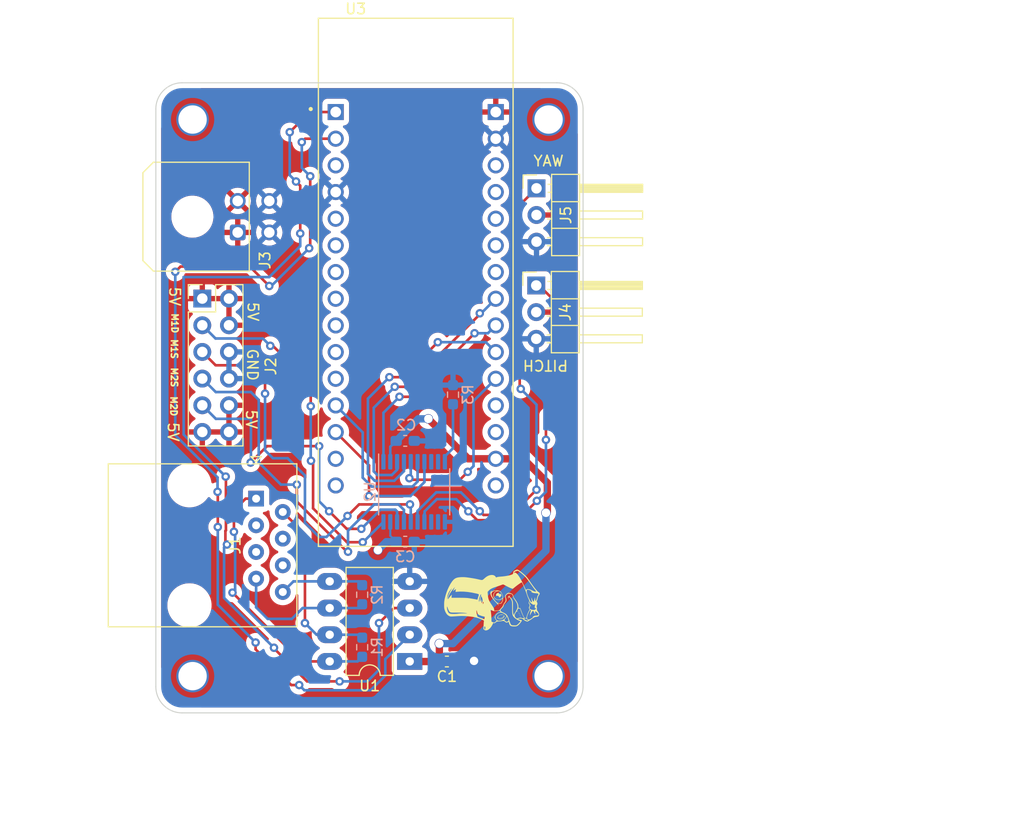
<source format=kicad_pcb>
(kicad_pcb (version 20211014) (generator pcbnew)

  (general
    (thickness 1.6)
  )

  (paper "A4")
  (layers
    (0 "F.Cu" signal)
    (31 "B.Cu" signal)
    (32 "B.Adhes" user "B.Adhesive")
    (33 "F.Adhes" user "F.Adhesive")
    (34 "B.Paste" user)
    (35 "F.Paste" user)
    (36 "B.SilkS" user "B.Silkscreen")
    (37 "F.SilkS" user "F.Silkscreen")
    (38 "B.Mask" user)
    (39 "F.Mask" user)
    (40 "Dwgs.User" user "User.Drawings")
    (41 "Cmts.User" user "User.Comments")
    (42 "Eco1.User" user "User.Eco1")
    (43 "Eco2.User" user "User.Eco2")
    (44 "Edge.Cuts" user)
    (45 "Margin" user)
    (46 "B.CrtYd" user "B.Courtyard")
    (47 "F.CrtYd" user "F.Courtyard")
    (48 "B.Fab" user)
    (49 "F.Fab" user)
    (50 "User.1" user)
    (51 "User.2" user)
    (52 "User.3" user)
    (53 "User.4" user)
    (54 "User.5" user)
    (55 "User.6" user)
    (56 "User.7" user)
    (57 "User.8" user)
    (58 "User.9" user)
  )

  (setup
    (stackup
      (layer "F.SilkS" (type "Top Silk Screen"))
      (layer "F.Paste" (type "Top Solder Paste"))
      (layer "F.Mask" (type "Top Solder Mask") (thickness 0.01))
      (layer "F.Cu" (type "copper") (thickness 0.035))
      (layer "dielectric 1" (type "core") (thickness 1.51) (material "FR4") (epsilon_r 4.5) (loss_tangent 0.02))
      (layer "B.Cu" (type "copper") (thickness 0.035))
      (layer "B.Mask" (type "Bottom Solder Mask") (thickness 0.01))
      (layer "B.Paste" (type "Bottom Solder Paste"))
      (layer "B.SilkS" (type "Bottom Silk Screen"))
      (copper_finish "None")
      (dielectric_constraints no)
    )
    (pad_to_mask_clearance 0)
    (pcbplotparams
      (layerselection 0x00010fc_ffffffff)
      (disableapertmacros false)
      (usegerberextensions true)
      (usegerberattributes false)
      (usegerberadvancedattributes false)
      (creategerberjobfile false)
      (svguseinch false)
      (svgprecision 6)
      (excludeedgelayer true)
      (plotframeref false)
      (viasonmask false)
      (mode 1)
      (useauxorigin false)
      (hpglpennumber 1)
      (hpglpenspeed 20)
      (hpglpendiameter 15.000000)
      (dxfpolygonmode true)
      (dxfimperialunits true)
      (dxfusepcbnewfont true)
      (psnegative false)
      (psa4output false)
      (plotreference true)
      (plotvalue false)
      (plotinvisibletext false)
      (sketchpadsonfab false)
      (subtractmaskfromsilk true)
      (outputformat 1)
      (mirror false)
      (drillshape 0)
      (scaleselection 1)
      (outputdirectory "gerbers/")
    )
  )

  (net 0 "")
  (net 1 "/RS485_A")
  (net 2 "/RS485_B")
  (net 3 "unconnected-(J1-Pad3)")
  (net 4 "/RS485_Z")
  (net 5 "/RS485_Y")
  (net 6 "+5V")
  (net 7 "/M1_DIR_OUT")
  (net 8 "/TIM2_CH2{slash}M1_SPEED_OUT")
  (net 9 "GND")
  (net 10 "/TIM2_CH4{slash}M2_SPEED_OUT")
  (net 11 "/M2_DIR_OUT")
  (net 12 "+3V3")
  (net 13 "/M1_DIR")
  (net 14 "/M2_DIR")
  (net 15 "/TIM2_CH4{slash}M2_SPEED")
  (net 16 "/TIM2_CH2{slash}M1_SPEED")
  (net 17 "/STM32_USART1_RX")
  (net 18 "/STM32_USART1_TX")
  (net 19 "unconnected-(U3-Pad3)")
  (net 20 "unconnected-(U3-Pad6)")
  (net 21 "unconnected-(U3-Pad7)")
  (net 22 "unconnected-(U3-Pad8)")
  (net 23 "unconnected-(U3-Pad9)")
  (net 24 "unconnected-(U3-Pad10)")
  (net 25 "unconnected-(U3-Pad11)")
  (net 26 "/PITCH{slash}TIM1_CH4_OUT")
  (net 27 "/YAW{slash}TIM1_CH1_OUT")
  (net 28 "unconnected-(U3-Pad14)")
  (net 29 "unconnected-(U3-Pad15)")
  (net 30 "unconnected-(U3-Pad16)")
  (net 31 "unconnected-(U3-Pad18)")
  (net 32 "unconnected-(U3-Pad19)")
  (net 33 "unconnected-(U3-Pad24)")
  (net 34 "unconnected-(U3-Pad25)")
  (net 35 "unconnected-(U3-Pad26)")
  (net 36 "unconnected-(U3-Pad27)")
  (net 37 "unconnected-(U3-Pad28)")
  (net 38 "/YAW{slash}TIM1_CH1")
  (net 39 "/PITCH{slash}TIM1_CH4")
  (net 40 "unconnected-(U2-Pad8)")
  (net 41 "unconnected-(U2-Pad9)")
  (net 42 "unconnected-(J1-Pad4)")
  (net 43 "unconnected-(U2-Pad12)")
  (net 44 "unconnected-(U2-Pad13)")
  (net 45 "unconnected-(U3-Pad5)")
  (net 46 "unconnected-(J1-Pad5)")
  (net 47 "unconnected-(J1-Pad6)")
  (net 48 "Net-(R3-Pad1)")

  (footprint "Connector_PinHeader_2.54mm:PinHeader_1x03_P2.54mm_Horizontal" (layer "F.Cu") (at 36.225 19.3))

  (footprint "Connector_RJ:RJ45_Amphenol_54602-x08_Horizontal" (layer "F.Cu") (at 9.55 39.6 -90))

  (footprint "Connector_PinHeader_2.54mm:PinHeader_2x06_P2.54mm_Vertical" (layer "F.Cu") (at 4.425 20.55))

  (footprint "Package_DIP:DIP-8_W7.62mm_LongPads" (layer "F.Cu") (at 24.175 55.1 180))

  (footprint "MountingHole:MountingHole_2.7mm_M2.5_DIN965_Pad_TopOnly" (layer "F.Cu") (at 37.4 56.5))

  (footprint "MountingHole:MountingHole_2.7mm_M2.5_DIN965_Pad_TopOnly" (layer "F.Cu") (at 3.5 3.5))

  (footprint "MountingHole:MountingHole_2.7mm_M2.5_DIN965_Pad_TopOnly" (layer "F.Cu") (at 3.5 56.5))

  (footprint "MountingHole:MountingHole_2.7mm_M2.5_DIN965_Pad_TopOnly" (layer "F.Cu") (at 37.4 3.5))

  (footprint "Connector_PinHeader_2.54mm:PinHeader_1x03_P2.54mm_Horizontal" (layer "F.Cu") (at 36.25 10.05))

  (footprint "Connector_Molex:Molex_Micro-Fit_3.0_43045-0400_2x02_P3.00mm_Horizontal" (layer "F.Cu") (at 7.8 14.25 90))

  (footprint "plib:epenguin_head_small" (layer "F.Cu") (at 32 49.25 90))

  (footprint "Capacitor_SMD:C_0603_1608Metric_Pad1.08x0.95mm_HandSolder" (layer "F.Cu") (at 27.716 55.11 180))

  (footprint "plib:MODULE_NUCLEO-L432KC" (layer "F.Cu") (at 24.75 19))

  (footprint "Resistor_SMD:R_0603_1608Metric_Pad0.98x0.95mm_HandSolder" (layer "B.Cu") (at 19.65 53.75 90))

  (footprint "Resistor_SMD:R_0603_1608Metric_Pad0.98x0.95mm_HandSolder" (layer "B.Cu") (at 28.3 29.7 90))

  (footprint "Capacitor_SMD:C_0603_1608Metric_Pad1.08x0.95mm_HandSolder" (layer "B.Cu") (at 23.75 34.1))

  (footprint "Package_SO:TSSOP-20_4.4x6.5mm_P0.65mm" (layer "B.Cu") (at 24.6 38.95 -90))

  (footprint "Capacitor_SMD:C_0603_1608Metric_Pad1.08x0.95mm_HandSolder" (layer "B.Cu") (at 23.75 43.7))

  (footprint "Resistor_SMD:R_0603_1608Metric_Pad0.98x0.95mm_HandSolder" (layer "B.Cu") (at 19.65 48.75 90))

  (gr_line (start 0 2.5) (end 0 57.5) (layer "Edge.Cuts") (width 0.1) (tstamp 0b0ed82f-cd0f-483e-afb1-3d9c63626412))
  (gr_arc (start 38.182233 0) (mid 39.95 0.732233) (end 40.682233 2.5) (layer "Edge.Cuts") (width 0.1) (tstamp 3026f0e5-2e03-4b09-8bf9-bf5e41de9fde))
  (gr_line (start 2.5 60) (end 38.182233 60) (layer "Edge.Cuts") (width 0.1) (tstamp 3bc3a1f7-6e8d-4cb1-b522-61dab886a957))
  (gr_line (start 40.682233 57.5) (end 40.682233 2.5) (layer "Edge.Cuts") (width 0.1) (tstamp 55509fb5-1a05-4183-aa48-bc8ee8bff31d))
  (gr_line (start 2.5 0) (end 38.182233 0) (layer "Edge.Cuts") (width 0.1) (tstamp 7f0a762d-d58f-4d42-ae1f-7d80a0e2bd28))
  (gr_arc (start 2.5 60) (mid 0.732233 59.267767) (end 0 57.5) (layer "Edge.Cuts") (width 0.1) (tstamp af00085d-1794-4c99-952f-c446aee665f4))
  (gr_arc (start 40.682233 57.5) (mid 39.95 59.267767) (end 38.182233 60) (layer "Edge.Cuts") (width 0.1) (tstamp d4fffbb7-788f-4b07-aa57-4a4d4fff19d5))
  (gr_arc (start 0 2.5) (mid 0.732233 0.732233) (end 2.5 0) (layer "Edge.Cuts") (width 0.1) (tstamp f721f40e-7993-44a7-bcd0-f5608efe0556))
  (gr_text "PITCH" (at 37.1 26.9 180) (layer "F.SilkS") (tstamp 00a356b0-eac1-42f5-a05f-785a3fb7aa15)
    (effects (font (size 1 1) (thickness 0.15)))
  )
  (gr_text "M2S" (at 1.75 28.05 270) (layer "F.SilkS") (tstamp 372a8565-9dd7-4ebf-b735-8f3537057e29)
    (effects (font (size 0.6 0.6) (thickness 0.15)))
  )
  (gr_text "M1D" (at 1.8 22.9 270) (layer "F.SilkS") (tstamp 4051e848-01c5-456c-9f15-dde598810cb0)
    (effects (font (size 0.6 0.6) (thickness 0.15)))
  )
  (gr_text "5V" (at 1.65 33.25 270) (layer "F.SilkS") (tstamp 432d0299-d0fd-4c16-b73d-ec141bffd79f)
    (effects (font (size 1 1) (thickness 0.15)))
  )
  (gr_text "YAW" (at 37.4 7.45) (layer "F.SilkS") (tstamp 43dbf707-ed6f-4312-af6e-1ccbd146a347)
    (effects (font (size 1 1) (thickness 0.15)))
  )
  (gr_text "GND" (at 9.2 26.85 270) (layer "F.SilkS") (tstamp 884b7739-d86f-4a0a-849a-d154ec42348f)
    (effects (font (size 1 1) (thickness 0.15)))
  )
  (gr_text "5V" (at 9.1 32.05 270) (layer "F.SilkS") (tstamp ac7a1a1b-5329-41b9-8053-10fb6d6d430d)
    (effects (font (size 1 1) (thickness 0.15)))
  )
  (gr_text "M1S" (at 1.75 25.35 270) (layer "F.SilkS") (tstamp ce6e2cb2-f8a7-4656-99aa-10b2d4690421)
    (effects (font (size 0.6 0.6) (thickness 0.15)))
  )
  (gr_text "5V" (at 9.25 21.8 270) (layer "F.SilkS") (tstamp d43a2933-c675-483d-bec0-b1e9bbd0b02b)
    (effects (font (size 1 1) (thickness 0.15)))
  )
  (gr_text "5V" (at 1.8 20.35 270) (layer "F.SilkS") (tstamp f701af6d-24c2-42a3-8bf0-6bf921265f52)
    (effects (font (size 1 1) (thickness 0.15)))
  )
  (gr_text "M2D" (at 1.7 30.8 270) (layer "F.SilkS") (tstamp f9ad5758-fc8e-4598-ac38-9d7cf2dd980c)
    (effects (font (size 0.6 0.6) (thickness 0.15)))
  )

  (segment (start 16.555 55.1) (end 13.85 55.1) (width 0.25) (layer "F.Cu") (net 1) (tstamp 070d9a4e-80e7-4094-ac38-378ba10a929a))
  (segment (start 8.55 39.6) (end 7.437006 40.712994) (width 0.25) (layer "F.Cu") (net 1) (tstamp 18dafc9c-d445-4159-8c13-af97f40f14b8))
  (segment (start 13.85 55.1) (end 7.3 48.55) (width 0.25) (layer "F.Cu") (net 1) (tstamp 2046979b-88b7-4ca1-8b72-2819f99f4212))
  (segment (start 7.437006 40.712994) (end 7.437006 42.75659) (width 0.25) (layer "F.Cu") (net 1) (tstamp 57c973ca-3091-4e0d-a630-6eebeb0cd451))
  (segment (start 9.55 39.6) (end 8.55 39.6) (width 0.25) (layer "F.Cu") (net 1) (tstamp 84b71b23-38e5-4859-8088-e779d0c9a1b3))
  (via (at 7.437006 42.75659) (size 0.8) (drill 0.4) (layers "F.Cu" "B.Cu") (net 1) (tstamp 3ac9cdba-42e9-47c4-a117-c012acd1e5c5))
  (via (at 7.3 48.55) (size 0.8) (drill 0.4) (layers "F.Cu" "B.Cu") (net 1) (tstamp 76da7585-8685-4c96-9ca6-afab8dc9524d))
  (segment (start 19.65 54.6625) (end 19.2125 55.1) (width 0.25) (layer "B.Cu") (net 1) (tstamp 088c9092-c41a-44c3-b646-582adbe640f8))
  (segment (start 7.549 42.868584) (end 7.437006 42.75659) (width 0.25) (layer "B.Cu") (net 1) (tstamp 18c7d59b-2ba9-4e85-95ec-387acfad0cab))
  (segment (start 7.549 48.301) (end 7.549 42.868584) (width 0.25) (layer "B.Cu") (net 1) (tstamp 4d080620-2b39-4d10-b58c-ec6f72050612))
  (segment (start 7.3 48.55) (end 7.549 48.301) (width 0.25) (layer "B.Cu") (net 1) (tstamp 6aa4f4bd-201e-4c5b-87d5-cb10a2441f29))
  (segment (start 19.2125 55.1) (end 16.555 55.1) (width 0.25) (layer "B.Cu") (net 1) (tstamp 6fcd8cb9-a2f3-4d9c-9ad5-3d104790bfc9))
  (segment (start 14.2 42.98) (end 12.09 40.87) (width 0.25) (layer "F.Cu") (net 2) (tstamp b76ef12c-39d2-484f-b56d-f5c21b4c07b6))
  (segment (start 14.2 51.45) (end 14.2 42.98) (width 0.25) (layer "F.Cu") (net 2) (tstamp fad5b779-3a88-41dc-bb23-6470bdeb11b8))
  (via (at 14.2 51.45) (size 0.8) (drill 0.4) (layers "F.Cu" "B.Cu") (net 2) (tstamp 34854e83-e1f2-4529-b2e4-39c7cd26f842))
  (segment (start 16.555 52.56) (end 15.31 52.56) (width 0.25) (layer "B.Cu") (net 2) (tstamp 4deea405-9e0d-4ed8-99f8-fda32d01d77f))
  (segment (start 19.65 52.8375) (end 19.3725 52.56) (width 0.25) (layer "B.Cu") (net 2) (tstamp 5e465618-61c3-4b51-947c-c31cebf4b696))
  (segment (start 15.31 52.56) (end 14.2 51.45) (width 0.25) (layer "B.Cu") (net 2) (tstamp 6357fd49-ef7c-43af-bf5c-584ceeb65cab))
  (segment (start 19.3725 52.56) (end 16.555 52.56) (width 0.25) (layer "B.Cu") (net 2) (tstamp f7dd75ea-8bfc-4528-ad21-a4979b174a49))
  (segment (start 9.55 49.95) (end 9.55 47.22) (width 0.25) (layer "B.Cu") (net 4) (tstamp 15f8afde-6213-4ff4-a60a-912cb12c588d))
  (segment (start 12.95 51.05) (end 10.65 51.05) (width 0.25) (layer "B.Cu") (net 4) (tstamp 2021a1be-e81b-4bf0-aa1a-d476bb052733))
  (segment (start 16.555 50.02) (end 13.98 50.02) (width 0.25) (layer "B.Cu") (net 4) (tstamp 211d1edb-a3ca-4f09-a7d0-3240c8815b0d))
  (segment (start 10.65 51.05) (end 9.55 49.95) (width 0.25) (layer "B.Cu") (net 4) (tstamp 50ecb911-871b-4ba0-8f12-76b0066ac29d))
  (segment (start 13.98 50.02) (end 12.95 51.05) (width 0.25) (layer "B.Cu") (net 4) (tstamp 66e076ae-a61e-4848-b341-11445014aee4))
  (segment (start 19.2925 50.02) (end 16.555 50.02) (width 0.25) (layer "B.Cu") (net 4) (tstamp 9c423090-79a1-4845-b9cc-48a141360a76))
  (segment (start 19.65 49.6625) (end 19.2925 50.02) (width 0.25) (layer "B.Cu") (net 4) (tstamp a7bae4e0-4e92-4493-a363-57297e00d15e))
  (segment (start 13.1 47.48) (end 12.09 48.49) (width 0.25) (layer "B.Cu") (net 5) (tstamp 2571a9a7-3cd7-4411-a936-0b547ce693d7))
  (segment (start 19.2925 47.48) (end 16.555 47.48) (width 0.25) (layer "B.Cu") (net 5) (tstamp 41cc6a45-6fe4-4923-ab82-e638446abb4b))
  (segment (start 19.65 47.8375) (end 19.2925 47.48) (width 0.25) (layer "B.Cu") (net 5) (tstamp 476bb62b-d1a0-4986-996c-a3a1bebc6834))
  (segment (start 16.555 47.48) (end 13.1 47.48) (width 0.25) (layer "B.Cu") (net 5) (tstamp bc424331-1e4f-43e5-b53b-fba76567bbe8))
  (via (at 21.15 44.5) (size 0.9) (drill 0.8) (layers "F.Cu" "B.Cu") (net 6) (tstamp a590e6fe-cde9-4570-b2ab-5b1ef025b40a))
  (segment (start 22.325 41.8125) (end 22.325 43.1375) (width 0.2) (layer "B.Cu") (net 6) (tstamp 1a81225f-0b73-4f80-9d6b-63b6c2f59683))
  (segment (start 21.95 43.7) (end 21.15 44.5) (width 0.7) (layer "B.Cu") (net 6) (tstamp 43635e50-10cc-4eaf-82c7-d2c64aece9fb))
  (segment (start 22.325 43.1375) (end 22.8875 43.7) (width 0.2) (layer "B.Cu") (net 6) (tstamp c32fc2f8-bd71-42a5-8366-4756ee0ce1a7))
  (segment (start 22.8875 43.7) (end 21.95 43.7) (width 0.7) (layer "B.Cu") (net 6) (tstamp e13b02df-63f1-4006-817f-3aa7a17b77bc))
  (segment (start 14.9745 40.5245) (end 14.9745 36.196197) (width 0.25) (layer "F.Cu") (net 7) (tstamp 15b6a284-2f49-4fc5-9e91-51bd2bb227e6))
  (segment (start 11.15 25.05) (end 14.75 28.65) (width 0.25) (layer "F.Cu") (net 7) (tstamp 3a2eec88-18df-4031-95b9-bae675cfd221))
  (segment (start 14.75 28.65) (end 14.75 30.8) (width 0.25) (layer "F.Cu") (net 7) (tstamp 6c4fcc62-6711-4b3a-9159-0456aad1623c))
  (segment (start 18.2 43.75) (end 14.9745 40.5245) (width 0.25) (layer "F.Cu") (net 7) (tstamp 79956286-9559-448a-8bba-a2ca87671a7d))
  (segment (start 14.9745 36.196197) (end 14.7755 35.997197) (width 0.25) (layer "F.Cu") (net 7) (tstamp 84733162-bbe7-408d-a20f-6d47359577a9))
  (segment (start 19.7 43.75) (end 18.2 43.75) (width 0.25) (layer "F.Cu") (net 7) (tstamp ce6f96b1-2622-498f-821c-29c24fd7ccfb))
  (segment (start 10.9 25.05) (end 11.15 25.05) (width 0.25) (layer "F.Cu") (net 7) (tstamp dd118dae-ddfd-43e2-894e-71e37f00b482))
  (via (at 10.9 25.05) (size 0.8) (drill 0.4) (layers "F.Cu" "B.Cu") (net 7) (tstamp 16ad0bf4-6dc6-41c7-ba56-a9c564d51de7))
  (via (at 14.75 30.8) (size 0.8) (drill 0.4) (layers "F.Cu" "B.Cu") (net 7) (tstamp 4a92daa4-7f99-4d5a-9280-c637a08db1d0))
  (via (at 14.7755 35.997197) (size 0.8) (drill 0.4) (layers "F.Cu" "B.Cu") (net 7) (tstamp ae9a8971-9314-4183-844d-d5eb053c094d))
  (via (at 19.7 43.75) (size 0.8) (drill 0.4) (layers "F.Cu" "B.Cu") (net 7) (tstamp fc5b753f-d2b8-48b1-92fc-466831eacf1d))
  (segment (start 8.7 24.35) (end 10.2 24.35) (width 0.25) (layer "B.Cu") (net 7) (tstamp 190902b9-ec7a-4558-b95e-5fef2468feaa))
  (segment (start 14.75 30.8) (end 14.75 35.971697) (width 0.25) (layer "B.Cu") (net 7) (tstamp 69f4693d-6909-44a8-b095-faeff0261b81))
  (segment (start 5.685 24.35) (end 8.7 24.35) (width 0.25) (layer "B.Cu") (net 7) (tstamp 75696ffb-7e56-4624-872f-ed224c0cd06c))
  (segment (start 10.2 24.35) (end 10.9 25.05) (width 0.25) (layer "B.Cu") (net 7) (tstamp 969a8a42-d455-4d24-8933-d94524aceaa9))
  (segment (start 19.7375 43.75) (end 19.7 43.75) (width 0.25) (layer "B.Cu") (net 7) (tstamp c9bc6774-97af-4dde-90d9-4e0420a90062))
  (segment (start 4.425 23.09) (end 5.685 24.35) (width 0.25) (layer "B.Cu") (net 7) (tstamp e6c97dab-ea7a-4f7d-ab3b-c31deceaabcb))
  (segment (start 14.75 35.971697) (end 14.7755 35.997197) (width 0.25) (layer "B.Cu") (net 7) (tstamp ea1cccb4-d182-4571-b0a8-049b5f9cf515))
  (segment (start 21.675 41.8125) (end 19.7375 43.75) (width 0.25) (layer "B.Cu") (net 7) (tstamp ead14060-2fbe-4931-9bfe-b1933b9890de))
  (segment (start 4.425 25.63) (end 5.695 26.9) (width 0.25) (layer "F.Cu") (net 8) (tstamp 07e4dbda-56d3-49c3-9a4c-00cc41599524))
  (segment (start 10.4 27.7) (end 10.4 29.6) (width 0.25) (layer "F.Cu") (net 8) (tstamp 442e5e35-4d10-4bb1-bd65-5fbd8cc2b9a7))
  (segment (start 24.2 40.15) (end 19.35 40.15) (width 0.25) (layer "F.Cu") (net 8) (tstamp 50269ec7-e142-4bf2-841c-6df453fabaa4))
  (segment (start 19.35 40.15) (end 18.25 41.25) (width 0.25) (layer "F.Cu") (net 8) (tstamp 63a03f22-217d-4481-8f60-d8aaf3360db0))
  (segment (start 5.695 26.9) (end 8.7 26.9) (width 0.25) (layer "F.Cu") (net 8) (tstamp 76ff9219-a501-4121-a7cb-1c65247a5a9f))
  (segment (start 8.7 26.9) (end 9.6 26.9) (width 0.25) (layer "F.Cu") (net 8) (tstamp c2817985-2c65-4e41-b1ba-3f1b32f1b95b))
  (segment (start 9.6 26.9) (end 10.4 27.7) (width 0.25) (layer "F.Cu") (net 8) (tstamp fb08b230-ae58-4888-a7db-27d02dd234fb))
  (via (at 18.25 41.25) (size 0.8) (drill 0.4) (layers "F.Cu" "B.Cu") (net 8) (tstamp 0b8a12db-9ef5-4b43-8f38-9b1799f1e919))
  (via (at 24.2 40.15) (size 0.8) (drill 0.4) (layers "F.Cu" "B.Cu") (net 8) (tstamp 7df328bf-63d9-4776-92f8-91322a0c118f))
  (via (at 10.4 29.6) (size 0.8) (drill 0.4) (layers "F.Cu" "B.Cu") (net 8) (tstamp c6961867-c5f2-41c1-9f3c-be4c08ce6100))
  (segment (start 24.275 41.8125) (end 24.275 40.225) (width 0.25) (layer "B.Cu") (net 8) (tstamp 0a51a9ff-5d8f-449c-8401-15f484259bcb))
  (segment (start 10.4 35) (end 11.15 35.75) (width 0.25) (layer "B.Cu") (net 8) (tstamp 20876b21-b0d3-4bca-865f-f2cb58bab4ac))
  (segment (start 16.25 43.25) (end 15.55 43.25) (width 0.25) (layer "B.Cu") (net 8) (tstamp 3bb34682-48ba-4817-a51e-3ddbf6f78096))
  (segment (start 14.2 41.9) (end 14.2 37.4) (width 0.25) (layer "B.Cu") (net 8) (tstamp 715f02de-fe56-4b6e-8bf8-fa97f890b683))
  (segment (start 15.55 43.25) (end 14.2 41.9) (width 0.25) (layer "B.Cu") (net 8) (tstamp 7e87503e-748d-4b5e-ade7-6541892bd3be))
  (segment (start 10.4 29.6) (end 10.4 35) (width 0.25) (layer "B.Cu") (net 8) (tstamp ad4deb87-9c45-4917-a673-5e325bad78e2))
  (segment (start 18.25 41.25) (end 16.25 43.25) (width 0.25) (layer "B.Cu") (net 8) (tstamp ba473fb4-7578-42d3-9c7d-478397a77af1))
  (segment (start 12.55 35.75) (end 11.15 35.75) (width 0.25) (layer "B.Cu") (net 8) (tstamp dbe107dc-fac0-4e65-8037-90829e1b40f7))
  (segment (start 14.2 37.4) (end 12.55 35.75) (width 0.25) (layer "B.Cu") (net 8) (tstamp f74b43f9-2457-47d1-ab91-a4007b6536db))
  (segment (start 24.275 40.225) (end 24.2 40.15) (width 0.25) (layer "B.Cu") (net 8) (tstamp fb8616f9-4c27-45a0-9d6c-304ec02494a5))
  (segment (start 30.24 55.11) (end 30.3 55.05) (width 0.7) (layer "F.Cu") (net 9) (tstamp 605260ce-f1c0-4406-ba8a-47bef5e5d994))
  (segment (start 28.5785 55.11) (end 30.24 55.11) (width 0.7) (layer "F.Cu") (net 9) (tstamp bf1637b5-0e70-47d6-8e19-b81108567c27))
  (via (at 30.3 55.05) (size 0.9) (drill 0.8) (layers "F.Cu" "B.Cu") (net 9) (tstamp d685c32a-fa7c-4428-92f6-578736463fb8))
  (segment (start 18.2 44.65) (end 13.4255 39.8755) (width 0.25) (layer "F.Cu") (net 10) (tstamp 12e2692b-1b11-4205-925d-9fdd399dec78))
  (segment (start 13.4255 39.8755) (end 13.4255 38.263113) (width 0.25) (layer "F.Cu") (net 10) (tstamp 49c6fa07-ad8c-42ce-ac02-44882a8197f6))
  (segment (start 18.3 44.65) (end 18.2 44.65) (width 0.25) (layer "F.Cu") (net 10) (tstamp f7e9fe3b-b343-4a7d-bbd6-c22ad8bbb566))
  (via (at 18.3 44.65) (size 0.8) (drill 0.4) (layers "F.Cu" "B.Cu") (net 10) (tstamp 440665ea-e14d-4b7e-bb14-a0a57becda8c))
  (via (at 13.4255 38.263113) (size 0.8) (drill 0.4) (layers "F.Cu" "B.Cu") (net 10) (tstamp aa87b755-976b-4bdd-8d02-8602465d6fa7))
  (segment (start 23.625 41.8125) (end 23.625 40.670309) (width 0.25) (layer "B.Cu") (net 10) (tstamp 4bd1b023-a34f-44c2-b7be-056db58840ce))
  (segment (start 11.913113 38.263113) (end 13.4255 38.263113) (width 0.25) (layer "B.Cu") (net 10) (tstamp 74b2d9f8-d67e-4878-88b3-58123ed2e0c4))
  (segment (start 18.3 42.65) (end 18.3 44.65) (width 0.25) (layer "B.Cu") (net 10) (tstamp 7cf55306-9066-434e-b676-34fe3f489adc))
  (segment (start 20.8 40.15) (end 18.3 42.65) (width 0.25) (layer "B.Cu") (net 10) (tstamp 83dddde0-77a0-4b3a-a199-481fd2fc17f7))
  (segment (start 9.799501 36.149501) (end 11.913113 38.263113) (width 0.25) (layer "B.Cu") (net 10) (tstamp 929fd688-c18e-4794-8f47-e1cf9c4110bb))
  (segment (start 9.799501 30.199501) (end 9.799501 36.149501) (width 0.25) (layer "B.Cu") (net 10) (tstamp 950d57cc-bbd2-41cc-ba7e-848ddfda15bc))
  (segment (start 5.705 29.45) (end 9.05 29.45) (width 0.25) (layer "B.Cu") (net 10) (tstamp 9d9d96f5-e91a-4b6e-924d-a1bdec714c5e))
  (segment (start 23.104691 40.15) (end 20.8 40.15) (width 0.25) (layer "B.Cu") (net 10) (tstamp b7fad5f6-2754-4b7a-bae1-a5c62b4d606d))
  (segment (start 9.05 29.45) (end 9.799501 30.199501) (width 0.25) (layer "B.Cu") (net 10) (tstamp c2819987-3962-4708-aedf-20e3b4764d5d))
  (segment (start 4.425 28.17) (end 5.705 29.45) (width 0.25) (layer "B.Cu") (net 10) (tstamp ec55325d-6ef0-4c70-8bb0-c39daba26bb8))
  (segment (start 23.625 40.670309) (end 23.104691 40.15) (width 0.25) (layer "B.Cu") (net 10) (tstamp ec8d515c-7044-4224-afef-297846c795c5))
  (segment (start 15.55 34.6) (end 10.595598 34.6) (width 0.25) (layer "F.Cu") (net 11) (tstamp 0253ffbf-3d55-4db9-85d3-408458938d3f))
  (segment (start 10.595598 34.6) (end 9.02528 36.170318) (width 0.25) (layer "F.Cu") (net 11) (tstamp f42c0837-131e-4775-ad2b-1903a79d38ba))
  (segment (start 18.176095 42.476095) (end 16.5 40.8) (width 0.25) (layer "F.Cu") (net 11) (tstamp f6a6ae03-49ae-4c40-b6c2-6a99a2cdc166))
  (segment (start 19.569214 42.476095) (end 18.176095 42.476095) (width 0.25) (layer "F.Cu") (net 11) (tstamp fd431072-7c0e-43de-8cbe-b10d9c50e057))
  (via (at 15.55 34.6) (size 0.8) (drill 0.4) (layers "F.Cu" "B.Cu") (net 11) (tstamp 3b02a579-b415-43cf-9add-a34ce367a3ea))
  (via (at 16.5 40.8) (size 0.8) (drill 0.4) (layers "F.Cu" "B.Cu") (net 11) (tstamp 7fd016d9-fed3-498f-84b5-a188f796a6bf))
  (via (at 9.02528 36.170318) (size 0.8) (drill 0.4) (layers "F.Cu" "B.Cu") (net 11) (tstamp a106e1a6-9a3c-4d8e-a9c2-d2741b9c230b))
  (via (at 19.569214 42.476095) (size 0.8) (drill 0.4) (layers "F.Cu" "B.Cu") (net 11) (tstamp ce9d4d8c-b263-49aa-940a-97b684107a01))
  (segment (start 21.395808 40.649501) (end 19.569214 42.476095) (width 0.25) (layer "B.Cu") (net 11) (tstamp 130038e6-58fc-4778-9246-ec36949d0bd1))
  (segment (start 22.975 40.825) (end 22.799501 40.649501) (width 0.25) (layer "B.Cu") (net 11) (tstamp 149b9d19-8f63-4340-a4e3-b14aa9929cf3))
  (segment (start 9.05 32) (end 9.055735 32.005735) (width 0.25) (layer "B.Cu") (net 11) (tstamp 1ec64ee9-3495-4e3e-b2dc-487f1ecb6913))
  (segment (start 9.055735 32.005735) (end 9.055735 36.139863) (width 0.25) (layer "B.Cu") (net 11) (tstamp 56ceca0d-a34d-4b93-a68e-6f1b8488c222))
  (segment (start 4.425 30.71) (end 5.715 32) (width 0.25) (layer "B.Cu") (net 11) (tstamp 5b626725-7ce3-456b-b776-64653e1a2ee8))
  (segment (start 5.715 32) (end 9.05 32) (width 0.25) (layer "B.Cu") (net 11) (tstamp 6250ed57-f172-4dd5-a186-872faf1768fd))
  (segment (start 15.55 39.85) (end 16.5 40.8) (width 0.25) (layer "B.Cu") (net 11) (tstamp 812c7c38-a19f-463c-98a4-2c478f6e9fe5))
  (segment (start 9.055735 36.139863) (end 9.02528 36.170318) (width 0.25) (layer "B.Cu") (net 11) (tstamp b1865d9f-8e37-47f2-9327-bb8be225ee35))
  (segment (start 22.975 41.8125) (end 22.975 40.825) (width 0.25) (layer "B.Cu") (net 11) (tstamp d74931ef-48ce-4c1e-8d5a-542259090359))
  (segment (start 15.55 34.6) (end 15.55 39.85) (width 0.25) (layer "B.Cu") (net 11) (tstamp f2eb1a23-05f0-4cfb-94d1-35c9769a1d2c))
  (segment (start 22.799501 40.649501) (end 21.395808 40.649501) (width 0.25) (layer "B.Cu") (net 11) (tstamp f8cf1431-3b3c-4a2a-b0d8-1fd55c6d039a))
  (segment (start 26.8535 55.11) (end 27 54.9635) (width 0.7) (layer "F.Cu") (net 12) (tstamp 06a9860b-9e87-47c4-9dce-4a760349d32e))
  (segment (start 24.185 55.11) (end 24.175 55.1) (width 0.7) (layer "F.Cu") (net 12) (tstamp 1c21debf-dd4f-444b-9300-f870f18cd0b9))
  (segment (start 32.37 35.805) (end 35.005 35.805) (width 0.7) (layer "F.Cu") (net 12) (tstamp 257ecd36-934f-4aa3-ab2d-db8339ee4b26))
  (segment (start 27 54.9635) (end 27 53.4) (width 0.7) (layer "F.Cu") (net 12) (tstamp 37c3995a-0891-4f32-a91d-95630914c1f8))
  (segment (start 32.37 35.805) (end 29.755 35.805) (width 0.7) (layer "F.Cu") (net 12) (tstamp 60523d6f-dc0c-4be3-8f4e-d70eb0309518))
  (segment (start 37.284155 40.815845) (end 37.15 40.95) (width 0.7) (layer "F.Cu") (net 12) (tstamp 8a80b8a2-9ddc-42e7-a10d-cddf7bcd59c8))
  (segment (start 37.284155 38.084155) (end 37.284155 40.815845) (width 0.7) (layer "F.Cu") (net 12) (tstamp 8ee6cbc1-8802-47a5-b0d7-d9001d42a363))
  (segment (start 35.005 35.805) (end 37.284155 38.084155) (width 0.7) (layer "F.Cu") (net 12) (tstamp 93013acd-217d-4382-bed5-4956f1b81a28))
  (segment (start 26.8535 55.11) (end 24.185 55.11) (width 0.7) (layer "F.Cu") (net 12) (tstamp 94b9b5b9-338c-4b49-991c-bea3cd465cd9))
  (segment (start 29.755 35.805) (end 25.95 32) (width 0.7) (layer "F.Cu") (net 12) (tstamp ff0a91ef-d4b2-422c-83dd-b1b3b2e44fff))
  (via (at 37.15 40.95) (size 0.9) (drill 0.8) (layers "F.Cu" "B.Cu") (net 12) (tstamp 5d85934e-81e2-4bc0-bb6b-89872cda8f6d))
  (via (at 27 53.4) (size 0.9) (drill 0.8) (layers "F.Cu" "B.Cu") (net 12) (tstamp 67eb8d6f-b680-44cc-9820-cf4e16b94128))
  (via (at 25.95 32) (size 0.9) (drill 0.8) (layers "F.Cu" "B.Cu") (net 12) (tstamp fb02077c-8092-43f0-9734-678d58b86274))
  (segment (start 37.15 44.55) (end 28.3 53.4) (width 0.7) (layer "B.Cu") (net 12) (tstamp 3f1299c6-b900-4000-9d71-aafe81ccdb91))
  (segment (start 22.325 34.6625) (end 22.325 36.0875) (width 0.25) (layer "B.Cu") (net 12) (tstamp 4817ab17-8bb5-47d5-b135-b1175eb390ec))
  (segment (start 37.15 40.95) (end 37.15 44.55) (width 0.7) (layer "B.Cu") (net 12) (tstamp 4a33a8dc-2861-4a2b-b6ff-b407865ffd69))
  (segment (start 28.3 53.4) (end 27 53.4) (width 0.7) (layer "B.Cu") (net 12) (tstamp 4d72de37-f7f9-46b9-8865-4bd52b7f0f79))
  (segment (start 24.9875 32) (end 25.95 32) (width 0.7) (layer "B.Cu") (net 12) (tstamp 8c1ee1b0-7349-4d5d-bad8-752c843740ad))
  (segment (start 22.8875 34.1) (end 24.9875 32) (width 0.7) (layer "B.Cu") (net 12) (tstamp a24f96d8-b62c-425c-9469-a00337655682))
  (segment (start 22.8875 34.1) (end 22.325 34.6625) (width 0.25) (layer "B.Cu") (net 12) (tstamp f951e976-e8e9-4617-9569-e17501c82153))
  (segment (start 24.3 29.9) (end 23.2 29.9) (width 0.25) (layer "F.Cu") (net 13) (tstamp 08d7911c-1c3a-4944-a48e-8feffb9ab3be))
  (segment (start 30.35 23.85) (end 24.3 29.9) (width 0.25) (layer "F.Cu") (net 13) (tstamp e6622d3c-cd73-4b35-9f3f-433218fc544d))
  (via (at 23.2 29.9) (size 0.8) (drill 0.4) (layers "F.Cu" "B.Cu") (net 13) (tstamp 75c20b45-34dd-4821-9cbc-57aa884e5614))
  (via (at 30.35 23.85) (size 0.8) (drill 0.4) (layers "F.Cu" "B.Cu") (net 13) (tstamp 8d2b136d-e5b4-42d8-a356-d48a3273c3ac))
  (segment (start 31.625 23.85) (end 32.37 23.105) (width 0.25) (layer "B.Cu") (net 13) (tstamp 80707758-0f30-4a8d-ac3e-699fed50c6fd))
  (segment (start 21.675 36.0875) (end 21.675 31.425) (width 0.25) (layer "B.Cu") (net 13) (tstamp a332b725-71f2-48f4-be9d-0514109ed033))
  (segment (start 21.675 31.425) (end 23.2 29.9) (width 0.25) (layer "B.Cu") (net 13) (tstamp e2bd1564-bef2-45e6-b64e-d165a551951f))
  (segment (start 30.35 23.85) (end 31.625 23.85) (width 0.25) (layer "B.Cu") (net 13) (tstamp f6460ed9-ebdc-4d73-a60f-349db3491fa5))
  (segment (start 23.95 28.95) (end 22.75 28.95) (width 0.25) (layer "F.Cu") (net 14) (tstamp 88281e39-8b38-4d42-a854-6958b700535a))
  (segment (start 30.85 22.05) (end 23.95 28.95) (width 0.25) (layer "F.Cu") (net 14) (tstamp 8c91e0bd-cc7f-4faf-b8d5-3d2cf5b52724))
  (segment (start 30.85 21.95) (end 30.85 22.05) (width 0.25) (layer "F.Cu") (net 14) (tstamp dcd07b42-9ad8-477b-987a-32794be8a1c8))
  (via (at 30.85 21.95) (size 0.8) (drill 0.4) (layers "F.Cu" "B.Cu") (net 14) (tstamp 5865de84-cf31-45cf-8d0d-ecc55c4d133c))
  (via (at 22.75 28.95) (size 0.8) (drill 0.4) (layers "F.Cu" "B.Cu") (net 14) (tstamp 783e503b-3263-4b4b-bbfb-4a8a64341fbe))
  (segment (start 22.975 36.846751) (end 22.471751 37.35) (width 0.25) (layer "B.Cu") (net 14) (tstamp 1d6e11d8-00ad-41a6-8178-86d4975f6757))
  (segment (start 22.975 36.0875) (end 22.975 36.846751) (width 0.25) (layer "B.Cu") (net 14) (tstamp 2e48012d-16f6-4fb2-8117-315bfecfcea3))
  (segment (start 20.75 37) (end 20.75 30.95) (width 0.25) (layer "B.Cu") (net 14) (tstamp 30fb17ee-8331-4e9d-b637-41fd1092d087))
  (segment (start 22.471751 37.35) (end 21.1 37.35) (width 0.25) (layer "B.Cu") (net 14) (tstamp 5a980d13-f95e-42b8-8fc3-96ed9d4b2592))
  (segment (start 32.37 20.565) (end 30.985 21.95) (width 0.25) (layer "B.Cu") (net 14) (tstamp 69fe1f55-ca3a-4292-b503-a7fbd73940c6))
  (segment (start 21.1 37.35) (end 20.75 37) (width 0.25) (layer "B.Cu") (net 14) (tstamp 916c6611-384f-45d8-bd40-2f2b9121dc39))
  (segment (start 20.75 30.95) (end 22.75 28.95) (width 0.25) (layer "B.Cu") (net 14) (tstamp abdc8c65-484d-44ad-a4b4-2facfd2c504e))
  (segment (start 30.985 21.95) (end 30.85 21.95) (width 0.25) (layer "B.Cu") (net 14) (tstamp c7da0f10-805f-4e59-b250-1a31b3792748))
  (segment (start 23.51743 28.03257) (end 22.240317 28.03257) (width 0.25) (layer "F.Cu") (net 15) (tstamp a4cd70a9-addd-4d15-a01d-8f55c67bb68f))
  (segment (start 26.85 24.7) (end 23.51743 28.03257) (width 0.25) (layer "F.Cu") (net 15) (tstamp b28d967d-c464-490e-9268-15fdd1895f32))
  (via (at 22.240317 28.03257) (size 0.8) (drill 0.4) (layers "F.Cu" "B.Cu") (net 15) (tstamp 3c1e96c5-16ed-4742-bf98-4bcbc4336c0b))
  (via (at 26.85 24.7) (size 0.8) (drill 0.4) (layers "F.Cu" "B.Cu") (net 15) (tstamp e15ce12f-a109-4ca3-9fb3-75d9b34bdb32))
  (segment (start 20.199501 37.249501) (end 20.199501 30.073386) (width 0.25) (layer "B.Cu") (net 15) (tstamp 0dc40bd7-ddb1-4093-b7e1-e33903889c26))
  (segment (start 22.706401 37.9) (end 20.85 37.9) (width 0.25) (layer "B.Cu") (net 15) (tstamp 22426924-82d6-4bb6-a838-b622d47c7e3b))
  (segment (start 23.625 36.981401) (end 22.706401 37.9) (width 0.25) (layer "B.Cu") (net 15) (tstamp 2e9aa4de-4c40-451e-bb0b-962bc6972a98))
  (segment (start 32.37 25.645) (end 31.425 24.7) (width 0.25) (layer "B.Cu") (net 15) (tstamp 396e9f3f-6ce6-4834-9641-73476d17dd03))
  (segment (start 23.625 36.0875) (end 23.625 36.981401) (width 0.25) (layer "B.Cu") (net 15) (tstamp 5f1a78ba-9765-4443-80e8-a4c4244bdf7f))
  (segment (start 20.199501 30.073386) (end 22.240317 28.03257) (width 0.25) (layer "B.Cu") (net 15) (tstamp 6515919d-030c-449d-91dc-7eae510d6db7))
  (segment (start 31.425 24.7) (end 26.85 24.7) (width 0.25) (layer "B.Cu") (net 15) (tstamp 8d99e505-d785-4074-8ce9-a7a397f8bfed))
  (segment (start 20.85 37.9) (end 20.199501 37.249501) (width 0.25) (layer "B.Cu") (net 15) (tstamp de9f187c-75a6-46ac-9b4e-b9024cfbab17))
  (segment (start 28.95 37.8) (end 24.290056 37.8) (width 0.25) (layer "F.Cu") (net 16) (tstamp 65277248-f9da-47cd-ae98-30dfa605d479))
  (segment (start 29.7 37.05) (end 28.95 37.8) (width 0.25) (layer "F.Cu") (net 16) (tstamp 7c974fbc-3594-40f7-be7d-690410bb5654))
  (segment (start 24.290056 37.8) (end 24.144172 37.654116) (width 0.25) (layer "F.Cu") (net 16) (tstamp c665b617-8070-4b2c-b492-47fa101fb3f9))
  (via (at 29.7 37.05) (size 0.8) (drill 0.4) (layers "F.Cu" "B.Cu") (net 16) (tstamp a602b01b-3cd4-4803-bc9b-0353627f8b24))
  (via (at 24.144172 37.654116) (size 0.8) (drill 0.4) (layers "F.Cu" "B.Cu") (net 16) (tstamp bb5d16a3-d9b3-42f4-9027-cc9c474f0caa))
  (segment (start 24.275 36.0875) (end 24.275 37.523288) (width 0.25) (layer "B.Cu") (net 16) (tstamp 136c1ffc-a68f-4711-9034-63ee5de20475))
  (segment (start 24.275 37.523288) (end 24.144172 37.654116) (width 0.25) (layer "B.Cu") (net 16) (tstamp 30bae374-6cc1-4974-b424-906518350d1f))
  (segment (start 30.25 36.5) (end 30.25 30.305) (width 0.25) (layer "B.Cu") (net 16) (tstamp 5b2ef932-527c-45cb-97ce-96a7deae394a))
  (segment (start 29.7 37.05) (end 30.25 36.5) (width 0.25) (layer "B.Cu") (net 16) (tstamp 7778ff58-2b35-4c38-ae13-cf00c74d1e3d))
  (segment (start 30.25 30.305) (end 32.37 28.185) (width 0.25) (layer "B.Cu") (net 16) (tstamp c9b867e2-cdb0-499c-8e1b-abb0b7e7cdbb))
  (segment (start 9.5 53.95) (end 12.9 57.35) (width 0.25) (layer "F.Cu") (net 17) (tstamp 11cee5d6-185b-480e-9e2b-8f8a732ee126))
  (segment (start 5.9 42.3) (end 5.9 38.9745) (width 0.25) (layer "F.Cu") (net 17) (tstamp 12d81f99-a009-4710-8f1b-af2d7e6b4e8a))
  (segment (start 2.35 17.5) (end 1.85 18) (width 0.25) (layer "F.Cu") (net 17) (tstamp 167772e2-fbae-4940-98e2-ac673b296c3d))
  (segment (start 8.95 17.5) (end 8.9 17.5) (width 0.25) (layer "F.Cu") (net 17) (tstamp 16974b63-a25f-41dd-af13-2b9e9f1e0442))
  (segment (start 14.225 5.325) (end 13.9 5.65) (width 0.25) (layer "F.Cu") (net 17) (tstamp 19ef27db-fd21-408b-af3d-1c43f32e3c40))
  (segment (start 17.13 5.325) (end 14.225 5.325) (width 0.25) (layer "F.Cu") (net 17) (tstamp 7b045971-2a34-4670-8f97-c9c758c4b22b))
  (segment (start 12.9 57.35) (end 13.65 57.35) (width 0.25) (layer "F.Cu") (net 17) (tstamp 9ff99ae5-f477-42f2-a46b-c3549408aae1))
  (segment (start 5.9 38.9745) (end 5.8755 38.95) (width 0.25) (layer "F.Cu") (net 17) (tstamp a81ec45d-90e5-418a-8275-b1f47d28ba33))
  (segment (start 14.7 15.65) (end 14.6 15.75) (width 0.25) (layer "F.Cu") (net 17) (tstamp b008d0d7-0552-4cd7-b77e-d6dde48aa3ea))
  (segment (start 10.8 19.35) (end 8.95 17.5) (width 0.25) (layer "F.Cu") (net 17) (tstamp b72b6137-4d34-40ac-adfc-47ae051d1af4))
  (segment (start 8.9 17.5) (end 2.35 17.5) (width 0.25) (layer "F.Cu") (net 17) (tstamp d45d8ffc-91ba-4fa7-a1b6-3c0f3cd7a3e3))
  (segment (start 14.7 8.9) (end 14.7 15.65) (width 0.25) (layer "F.Cu") (net 17) (tstamp e4d80754-504f-4b97-85a3-5659f7a26991))
  (segment (start 9.5 53.3) (end 9.5 53.95) (width 0.25) (layer "F.Cu") (net 17) (tstamp f2e6a853-9251-489f-aa91-7f5d5f76592a))
  (via (at 10.8 19.35) (size 0.8) (drill 0.4) (layers "F.Cu" "B.Cu") (net 17) (tstamp 0330c7da-7708-4f6f-956b-16895819f502))
  (via (at 14.6 15.75) (size 0.8) (drill 0.4) (layers "F.Cu" "B.Cu") (net 17) (tstamp 0aa2b89a-3bda-4448-a827-8a65a89fe243))
  (via (at 13.9 5.65) (size 0.8) (drill 0.4) (layers "F.Cu" "B.Cu") (net 17) (tstamp 2ae2d41b-e98e-416d-b1ab-19e7d0f6e44e))
  (via (at 13.65 57.35) (size 0.8) (drill 0.4) (layers "F.Cu" "B.Cu") (net 17) (tstamp 52bb7d81-717d-4b38-b3e4-a1a99cd6918e))
  (via (at 5.8755 38.95) (size 0.8) (drill 0.4) (layers "F.Cu" "B.Cu") (net 17) (tstamp 587f1cad-0542-4a76-b004-0e1aa2ef7f6e))
  (via (at 5.9 42.3) (size 0.8) (drill 0.4) (layers "F.Cu" "B.Cu") (net 17) (tstamp 76468bb4-7eba-4118-aa50-cb4de3cc4ecf))
  (via (at 1.85 18) (size 0.8) (drill 0.4) (layers "F.Cu" "B.Cu") (net 17) (tstamp b3fca721-cf3a-4c6e-87ca-92fd2897707c))
  (via (at 14.7 8.9) (size 0.8) (drill 0.4) (layers "F.Cu" "B.Cu") (net 17) (tstamp c4784a11-da90-4dba-89b3-78467c874d6a))
  (via (at 9.5 53.3) (size 0.8) (drill 0.4) (layers "F.Cu" "B.Cu") (net 17) (tstamp f4780ba0-7044-4f84-b5d0-87ee89627365))
  (segment (start 13.9 5.65) (end 13.9 8.1) (width 0.25) (layer "B.Cu") (net 17) (tstamp 1ca12771-e99a-4215-af69-0cd6c692797a))
  (segment (start 1.85 18) (end 1.85 33.556401) (width 0.25) (layer "B.Cu") (net 17) (tstamp 2e94419e-c2dd-4b8c-b2d4-99be83c12977))
  (segment (start 5.9 49.7) (end 5.9 42.3) (width 0.25) (layer "B.Cu") (net 17) (tstamp 34ac5be1-84b3-4e9f-b963-9aea7cdadf3c))
  (segment (start 21.85 54.885) (end 21.85 56.45) (width 0.25) (layer "B.Cu") (net 17) (tstamp 37321cb7-6115-4107-8e23-0081de4bd4ce))
  (segment (start 1.85 33.556401) (end 5.8755 37.581901) (width 0.25) (layer "B.Cu") (net 17) (tstamp 379d86bb-c86d-41e8-b523-b2ac2430ebf6))
  (segment (start 14.6 15.75) (end 11 19.35) (width 0.25) (layer "B.Cu") (net 17) (tstamp 3f66d152-7b5d-4d62-b1ad-c08cfedce7e4))
  (segment (start 14.15 57.85) (end 13.65 57.35) (width 0.25) (layer "B.Cu") (net 17) (tstamp 4bede949-d5f5-4e8a-94b6-9e339669547a))
  (segment (start 11 19.35) (end 10.8 19.35) (width 0.25) (layer "B.Cu") (net 17) (tstamp 5148f77b-7329-43b5-b85e-fe710542420c))
  (segment (start 21.85 56.45) (end 20.45 57.85) (width 0.25) (layer "B.Cu") (net 17) (tstamp 51a810ed-301f-40ff-bbcf-1c5577ba1d77))
  (segment (start 20.45 57.85) (end 14.15 57.85) (width 0.25) (layer "B.Cu") (net 17) (tstamp 679dbbb1-839d-43da-9c91-fd02eb33180b))
  (segment (start 9.5 53.3) (end 5.9 49.7) (width 0.25) (layer "B.Cu") (net 17) (tstamp 6f047d8c-9f6f-48e6-83a8-3cb4b5af14c9))
  (segment (start 5.8755 37.581901) (end 5.8755 38.95) (width 0.25) (layer "B.Cu") (net 17) (tstamp db9f8baf-ceec-45ae-9a30-aa07d93340f0))
  (segment (start 24.175 52.56) (end 21.85 54.885) (width 0.25) (layer "B.Cu") (net 17) (tstamp dc9f63a0-8d2d-470c-9ea1-9481914bc059))
  (segment (start 13.9 8.1) (end 14.7 8.9) (width 0.25) (layer "B.Cu") (net 17) (tstamp f5b79aaa-981c-4c3d-8502-33af9ff8a597))
  (segment (start 11.25 53.854691) (end 11.25 53.8) (width 0.25) (layer "F.Cu") (net 18) (tstamp 281bb56d-f7a5-4cbd-b5c6-2413f4e7cafc))
  (segment (start 6.6745 37.5245) (end 6.65 37.5) (width 0.25) (layer "F.Cu") (net 18) (tstamp 3a32327d-83a7-4460-83ad-1540ed1c823d))
  (segment (start 6.6745 42.620809) (end 6.6745 37.5245) (width 0.25) (layer "F.Cu") (net 18) (tstamp 42e77965-ce79-44d7-83b8-23b9aa84eeeb))
  (segment (start 14.665 2.785) (end 12.75 4.7) (width 0.25) (layer "F.Cu") (net 18) (tstamp 493ac8b5-64d4-4b19-9c46-2544a4fdc180))
  (segment (start 6.7745 43.968829) (end 6.6245 43.818829) (width 0.25) (layer "F.Cu") (net 18) (tstamp 63018ce9-8d6b-4964-b3d0-edb5d07e84dc))
  (segment (start 17.13 2.785) (end 14.665 2.785) (width 0.25) (layer "F.Cu") (net 18) (tstamp 63c4d812-30f1-4175-9f68-24e7aa96f16e))
  (segment (start 14.395309 57) (end 11.25 53.854691) (width 0.25) (layer "F.Cu") (net 18) (tstamp 7a496ec3-3aa6-4084-986c-0980e15d23f7))
  (segment (start 6.6245 43.818829) (end 6.6245 42.670809) (width 0.25) (layer "F.Cu") (net 18) (tstamp 7ac3bfb7-efc8-4e52-99ce-2207a75ecb94))
  (segment (start 17.5 57) (end 14.395309 57) (width 0.25) (layer "F.Cu") (net 18) (tstamp 882a5998-f227-4e44-a473-d2fc73beeccb))
  (segment (start 22.68 50.02) (end 24.175 50.02) (width 0.25) (layer "F.Cu") (net 18) (tstamp 93b71ade-3c93-4738-b2b6-b112d117dafa))
  (segment (start 21.25 51.45) (end 22.68 50.02) (width 0.25) (layer "F.Cu") (net 18) (tstamp 94c6829e-ad03-4c2e-8004-8f4e48749a9c))
  (segment (start 13.75 9.8) (end 13.75 14.35) (width 0.25) (layer "F.Cu") (net 18) (tstamp cb109468-12e8-492f-be1d-9344931e0935))
  (segment (start 13.35 9.4) (end 13.75 9.8) (width 0.25) (layer "F.Cu") (net 18) (tstamp d07b3307-2b88-4d0f-ae8e-b79368df2929))
  (segment (start 6.6245 42.670809) (end 6.6745 42.620809) (width 0.25) (layer "F.Cu") (net 18) (tstamp f1775472-9eb4-4dba-bfd2-bd05e948305c))
  (via (at 11.25 53.8) (size 0.8) (drill 0.4) (layers "F.Cu" "B.Cu") (net 18) (tstamp 0aa22612-d6b3-483b-b558-2fc1ddce630d))
  (via (at 17.5 57) (size 0.8) (drill 0.4) (layers "F.Cu" "B.Cu") (net 18) (tstamp 1a1ac56c-4faa-4ce0-a2c3-860aecf8b091))
  (via (at 6.7745 43.968829) (size 0.8) (drill 0.4) (layers "F.Cu" "B.Cu") (net 18) (tstamp 3b4d7848-24ce-4934-8110-d21b52f6b368))
  (via (at 13.35 9.4) (size 0.8) (drill 0.4) (layers "F.Cu" "B.Cu") (net 18) (tstamp 64d26978-b7a4-4dfd-9aa3-df887a925c32))
  (via (at 6.65 37.5) (size 0.8) (drill 0.4) (layers "F.Cu" "B.Cu") (net 18) (tstamp 7507f8af-db2c-41af-90d4-2fea0d36e904))
  (via (at 13.75 14.35) (size 0.8) (drill 0.4) (layers "F.Cu" "B.Cu") (net 18) (tstamp 914254a1-590b-48d2-9e28-93fe87c26b50))
  (via (at 21.25 51.45) (size 0.8) (drill 0.4) (layers "F.Cu" "B.Cu") (net 18) (tstamp c0cd8d1f-02fc-48ca-8f80-34e4e5cf4b56))
  (via (at 12.75 4.7) (size 0.8) (drill 0.4) (layers "F.Cu" "B.Cu") (net 18) (tstamp e0e55202-ad4e-4f22-a428-46f94f545046))
  (segment (start 20.15 57) (end 21.25 55.9) (width 0.25) (layer "B.Cu") (net 18) (tstamp 06088d92-a0c9-4694-b0a8-ad8f7513eb5f))
  (segment (start 2.65 18.5) (end 2.65 33.5) (width 0.25) (layer "B.Cu") (net 18) (tstamp 0d6d40de-4a70-43b3-8280-43dcf9cecc26))
  (segment (start 2.65 33.5) (end 6.65 37.5) (width 0.25) (layer "B.Cu") (net 18) (tstamp 12bc15d3-7290-4a9c-8d0c-688897ba25a7))
  (segment (start 21.25 55.9) (end 21.25 51.45) (width 0.25) (layer "B.Cu") (net 18) (tstamp 250ee92e-b083-471e-9365-6af08cd160bf))
  (segment (start 13.15 9.2) (end 13.35 9.4) (width 0.25) (layer "B.Cu") (net 18) (tstamp 324af352-20df-4417-b2f3-4727edf65737))
  (segment (start 12.75 4.7) (end 12.75 8.8) (width 0.25) (layer "B.Cu") (net 18) (tstamp 4b8b9f29-30bb-4f52-9b65-be0b835b603d))
  (segment (start 10.8 18.5) (end 2.65 18.5) (width 0.25) (layer "B.Cu") (net 18) (tstamp 5ffa0be0-38d3-4cc8-af96-5a862163005f))
  (segment (start 6.499501 44.243828) (end 6.7745 43.968829) (width 0.25) (layer "B.Cu") (net 18) (tstamp 66c10257-4519-4ab5-a135-99d569fac7f1))
  (segment (start 11.25 53.8) (end 6.499501 49.049501) (width 0.25) (layer "B.Cu") (net 18) (tstamp 6c65d8b9-e99f-4e7c-9f8c-8ddb04bce508))
  (segment (start 13.75 15.55) (end 10.8 18.5) (width 0.25) (layer "B.Cu") (net 18) (tstamp 831b6e38-9aa0-4882-89af-b6591041a1df))
  (segment (start 17.5 57) (end 20.15 57) (width 0.25) (layer "B.Cu") (net 18) (tstamp 958de156-279d-429a-89bb-8afc4d325d2c))
  (segment (start 6.499501 49.049501) (end 6.499501 44.243828) (width 0.25) (layer "B.Cu") (net 18) (tstamp aa1c42f3-a83e-4d03-b717-ee490a92d330))
  (segment (start 13.75 14.35) (end 13.75 15.55) (width 0.25) (layer "B.Cu") (net 18) (tstamp df959a94-fd76-46c6-9021-76ac0391f98d))
  (segment (start 12.75 8.8) (end 13.15 9.2) (width 0.25) (layer "B.Cu") (net 18) (tstamp e5057c70-1155-4462-a50a-8bcd18bb3526))
  (segment (start 29.759507 40.804817) (end 30.604191 41.649501) (width 0.25) (layer "F.Cu") (net 26) (tstamp 07cb5267-82bf-444b-aa68-fe91e8ed3052))
  (segment (start 37.15 31.65) (end 38.95 29.85) (width 0.25) (layer "F.Cu") (net 26) (tstamp 08e5422e-671b-425a-a311-7696f9ff1278))
  (segment (start 38.95 29.85) (end 38.95 21.75) (width 0.25) (layer "F.Cu") (net 26) (tstamp 389e80e7-f885-44a2-8b35-a2df55f64b30))
  (segment (start 38.95 21.75) (end 36.5 19.3) (width 0.25) (layer "F.Cu") (net 26) (tstamp 45f3194e-360a-40cf-9c41-e30a29859267))
  (segment (start 34.445809 41.649501) (end 36.284655 39.810655) (width 0.25) (layer "F.Cu") (net 26) (tstamp 650044f5-1a54-44a1-9e78-e3fcfbe69de5))
  (segment (start 36.5 19.3) (end 36.225 19.3) (width 0.25) (layer "F.Cu") (net 26) (tstamp b497c857-99b9-4ec7-bdac-e6a83a8388dc))
  (segment (start 37.15 34) (end 37.15 31.65) (width 0.25) (layer "F.Cu") (net 26) (tstamp f3b09858-ab3f-4c32-8cb3-b3b41e334993))
  (segment (start 30.604191 41.649501) (end 34.445809 41.649501) (width 0.25) (layer "F.Cu") (net 26) (tstamp fa40b4fb-62ea-4eba-aa1c-2e9c208490e9))
  (via (at 37.15 34) (size 0.8) (drill 0.4) (layers "F.Cu" "B.Cu") (net 26) (tstamp c4924110-7c64-47d7-b50a-4e15dbb2ed32))
  (via (at 29.759507 40.804817) (size 0.8) (drill 0.4) (layers "F.Cu" "B.Cu") (net 26) (tstamp d41a70cb-ca23-4e35-af4f-83dd3fefa183))
  (via (at 36.284655 39.810655) (size 0.8) (drill 0.4) (layers "F.Cu" "B.Cu") (net 26) (tstamp d6bf0551-dfd2-4c49-b955-eb372c834f2a))
  (segment (start 37.15 38.94531) (end 36.284655 39.810655) (width 0.25) (layer "B.Cu") (net 26) (tstamp 0eff3649-f023-4d1f-a657-2c16d6269c9a))
  (segment (start 37.15 34) (end 37.15 38.94531) (width 0.25) (layer "B.Cu") (net 26) (tstamp 68a1e415-6c42-41dc-9b28-faa64acf9396))
  (segment (start 25.575 41.8125) (end 25.575 41.053249) (width 0.25) (layer "B.Cu") (net 26) (tstamp 90ccf44f-03ae-44a4-8948-52873fea75a8))
  (segment (start 26.756402 39.65) (end 28.60469 39.65) (width 0.25) (layer "B.Cu") (net 26) (tstamp a6d3b70a-9870-4041-9b93-b729d6a52b2b))
  (segment (start 25.6 41.028249) (end 25.6 40.806402) (width 0.25) (layer "B.Cu") (net 26) (tstamp bc11934b-f25f-46c5-8279-412fda574d88))
  (segment (start 25.575 41.053249) (end 25.6 41.028249) (width 0.25) (layer "B.Cu") (net 26) (tstamp cd59b096-581b-41a4-aeee-c28911af0aa5))
  (segment (start 28.60469 39.65) (end 29.759507 40.804817) (width 0.25) (layer "B.Cu") (net 26) (tstamp d6425c43-f028-454a-9017-883ab47ef5e5))
  (segment (start 25.6 40.806402) (end 26.756402 39.65) (width 0.25) (layer "B.Cu") (net 26) (tstamp e93c3541-be7f-49e8-bf6e-e2cc49e5fd03))
  (segment (start 30.85 40.8) (end 31.2 41.15) (width 0.25) (layer "F.Cu") (net 27) (tstamp 95066245-df3a-41d5-b686-e7835eba8663))
  (segment (start 34.65 29.05) (end 34.65 11.65) (width 0.25) (layer "F.Cu") (net 27) (tstamp 958fb84f-fb18-4b8b-ba58-50e563fceb8f))
  (segment (start 31.2 41.15) (end 33.35 41.15) (width 0.25) (layer "F.Cu") (net 27) (tstamp bb2b6b26-63a8-4820-9f10-bc56e63e1f2c))
  (segment (start 33.35 41.15) (end 33.85 41.15) (width 0.25) (layer "F.Cu") (net 27) (tstamp d2ae1a66-e4fa-401f-8436-fa322b652cd3))
  (segment (start 34.65 11.65) (end 36.25 10.05) (width 0.25) (layer "F.Cu") (net 27) (tstamp da9496ce-def3-4d1b-a2fe-c861a1f3aeb9))
  (segment (start 34.75 29.15) (end 34.65 29.05) (width 0.25) (layer "F.Cu") (net 27) (tstamp dc7b0e30-6e19-4d42-b5a7-893d813b85b3))
  (segment (start 33.85 41.15) (end 36.25 38.75) (width 0.25) (layer "F.Cu") (net 27) (tstamp f0abaca3-2236-4c69-a22e-17ff7ed4e0a7))
  (via (at 30.85 40.8) (size 0.8) (drill 0.4) (layers "F.Cu" "B.Cu") (net 27) (tstamp 0a015cae-1552-4e7e-b01e-9c025d5ff706))
  (via (at 34.75 29.15) (size 0.8) (drill 0.4) (layers "F.Cu" "B.Cu") (net 27) (tstamp 67bd3455-ba2e-4e65-ac66-5e7a4a7af9e3))
  (via (at 36.25 38.75) (size 0.8) (drill 0.4) (layers "F.Cu" "B.Cu") (net 27) (tstamp c5573d7e-92fe-4a31-8704-7363aece975d))
  (segment (start 29.05 39) (end 30.85 40.8) (width 0.25) (layer "B.Cu") (net 27) (tstamp 4e514c5c-d93d-4ed2-a5d8-43f4b29c022c))
  (segment (start 36.25 38.75) (end 36.25 30.65) (width 0.25) (layer "B.Cu") (net 27) (tstamp 9ce401d6-072c-4941-bec1-f12bd49cefd4))
  (segment (start 24.925 41.8125) (end 24.925 40.775) (width 0.25) (layer "B.Cu") (net 27) (tstamp adaa2c06-c3ec-4546-81a3-a13107617d3c))
  (segment (start 36.25 30.65) (end 34.75 29.15) (width 0.25) (layer "B.Cu") (net 27) (tstamp b889f5c3-6f75-4678-a9bc-c7c8413ecb89))
  (segment (start 26.7 39) (end 29.05 39) (width 0.25) (layer "B.Cu") (net 27) (tstamp eb97ebe3-531c-4a29-9849-2ee9bc78c68d))
  (segment (start 24.925 40.775) (end 26.7 39) (width 0.25) (layer "B.Cu") (net 27) (tstamp f0dde0b2-f766-496d-913b-0f2f59fb3bff))
  (segment (start 20.55 38.45) (end 19.7 37.6) (width 0.25) (layer "B.Cu") (net 38) (tstamp 26475cde-fa28-4720-847f-c12806f1c505))
  (segment (start 24.443598 38.45) (end 20.55 38.45) (width 0.25) (layer "B.Cu") (net 38) (tstamp 4bf778bb-ba9e-42f2-bad4-9e5732750508))
  (segment (start 24.925 37.968598) (end 24.443598 38.45) (width 0.25) (layer "B.Cu") (net 38) (tstamp 57d0ca79-4769-488b-9061-ddef41dc5584))
  (segment (start 24.925 36.0875) (end 24.925 37.968598) (width 0.25) (layer "B.Cu") (net 38) (tstamp 7eef0fc9-534b-49f1-ab57-3ecbe38aee12))
  (segment (start 19.7 33.295) (end 17.13 30.725) (width 0.25) (layer "B.Cu") (net 38) (tstamp 80743be3-d31f-4adf-b11d-c2f59af3500b))
  (segment (start 19.7 37.6) (end 19.7 33.295) (width 0.25) (layer "B.Cu") (net 38) (tstamp d462d3b7-d874-4e6a-b498-b274be0ab749))
  (segment (start 17.13 33.265) (end 20.3 36.435) (width 0.25) (layer "F.Cu") (net 39) (tstamp 8b593f14-cc92-4fdb-802a-a2ce6fb56748))
  (segment (start 20.3 36.435) (end 20.3 39.35) (width 0.25) (layer "F.Cu") (net 39) (tstamp dde301a2-fc7d-42e1-9abc-29c6c0c0543c))
  (via (at 20.3 39.35) (size 0.8) (drill 0.4) (layers "F.Cu" "B.Cu") (net 39) (tstamp 319eeea7-4799-4c6e-92b1-a43d5f5d8582))
  (segment (start 25.575 38.025) (end 24.25 39.35) (width 0.25) (layer "B.Cu") (net 39) (tstamp 264bbce5-a403-44ff-a0c3-5bee994a0573))
  (segment (start 25.575 36.0875) (end 25.575 38.025) (width 0.25) (layer "B.Cu") (net 39) (tstamp 566e1455-a1bd-4b54-bd7c-c37c18066a84))
  (segment (start 24.25 39.35) (end 20.3 39.35) (width 0.25) (layer "B.Cu") (net 39) (tstamp a84f6dc2-cc01-4b5b-ae82-335d8c8c63dc))
  (segment (start 27.525 36.0875) (end 27.525 35.575) (width 0.25) (layer "B.Cu") (net 48) (tstamp 92010a4c-e587-4440-a26b-3dc2cc787c62))
  (segment (start 27.525 35.575) (end 28.3 34.8) (width 0.25) (layer "B.Cu") (net 48) (tstamp d2e98346-0528-4336-8c94-c0d3b855fe73))
  (segment (start 28.3 34.8) (end 28.3 30.6125) (width 0.25) (layer "B.Cu") (net 48) (tstamp eb982a1f-f00b-4425-9baa-2d086403426a))

  (zone (net 6) (net_name "+5V") (layer "F.Cu") (tstamp edd6b12b-f2d7-40a4-b1bb-9f5a5af995c9) (hatch edge 0.508)
    (connect_pads (clearance 0.508))
    (min_thickness 0.254) (filled_areas_thickness no)
    (fill yes (thermal_gap 0.508) (thermal_bridge_width 0.508))
    (polygon
      (pts
        (xy 70.104 -2.921)
        (xy 79.248 67.437)
        (xy -8.128 64.897)
        (xy -11.43 3.302)
        (xy -8.509 -4.445)
      )
    )
    (filled_polygon
      (layer "F.Cu")
      (pts
        (xy 36.623495 0.528502)
        (xy 36.669988 0.582158)
        (xy 36.680092 0.652432)
        (xy 36.650598 0.717012)
        (xy 36.596188 0.753707)
        (xy 36.551617 0.768967)
        (xy 36.318112 0.848914)
        (xy 36.020574 0.990833)
        (xy 36.017495 0.992764)
        (xy 36.017494 0.992765)
        (xy 36.016008 0.993697)
        (xy 35.741319 1.166009)
        (xy 35.738485 1.168279)
        (xy 35.73848 1.168283)
        (xy 35.597229 1.281447)
        (xy 35.484049 1.372121)
        (xy 35.481496 1.374701)
        (xy 35.289168 1.569054)
        (xy 35.252174 1.606437)
        (xy 35.048767 1.865851)
        (xy 35.046874 1.86894)
        (xy 35.046872 1.868943)
        (xy 34.896947 2.1136)
        (xy 34.876525 2.146925)
        (xy 34.875006 2.150197)
        (xy 34.875003 2.150203)
        (xy 34.826392 2.254927)
        (xy 34.73773 2.445933)
        (xy 34.634222 2.758912)
        (xy 34.633486 2.762467)
        (xy 34.633485 2.76247)
        (xy 34.575623 3.041876)
        (xy 34.567373 3.081714)
        (xy 34.538069 3.41006)
        (xy 34.538164 3.41369)
        (xy 34.538164 3.413691)
        (xy 34.543082 3.60149)
        (xy 34.546698 3.739598)
        (xy 34.547208 3.743183)
        (xy 34.547209 3.743192)
        (xy 34.560118 3.833891)
        (xy 34.593146 4.065961)
        (xy 34.594065 4.069464)
        (xy 34.594066 4.069469)
        (xy 34.64576 4.266512)
        (xy 34.676798 4.384822)
        (xy 34.796544 4.691955)
        (xy 34.802914 4.703986)
        (xy 34.923468 4.931672)
        (xy 34.950798 4.98329)
        (xy 34.95285 4.986275)
        (xy 34.952855 4.986284)
        (xy 35.135457 5.251972)
        (xy 35.135463 5.251979)
        (xy 35.137514 5.254964)
        (xy 35.354219 5.503377)
        (xy 35.598039 5.725236)
        (xy 35.600987 5.727354)
        (xy 35.600989 5.727356)
        (xy 35.862793 5.915481)
        (xy 35.862799 5.915485)
        (xy 35.865744 5.917601)
        (xy 35.868924 5.919371)
        (xy 35.976211 5.979086)
        (xy 36.153784 6.077922)
        (xy 36.458342 6.204074)
        (xy 36.461836 6.205069)
        (xy 36.461838 6.20507)
        (xy 36.77188 6.293388)
        (xy 36.771885 6.293389)
        (xy 36.775381 6.294385)
        (xy 36.955954 6.323955)
        (xy 37.097118 6.347072)
        (xy 37.097125 6.347073)
        (xy 37.100699 6.347658)
        (xy 37.265342 6.355423)
        (xy 37.426357 6.363016)
        (xy 37.426358 6.363016)
        (xy 37.429984 6.363187)
        (xy 37.441877 6.362376)
        (xy 37.755241 6.341014)
        (xy 37.755249 6.341013)
        (xy 37.758872 6.340766)
        (xy 37.762448 6.340103)
        (xy 37.76245 6.340103)
        (xy 38.079438 6.281353)
        (xy 38.079442 6.281352)
        (xy 38.083003 6.280692)
        (xy 38.398082 6.183761)
        (xy 38.538406 6.122163)
        (xy 38.696604 6.052719)
        (xy 38.696612 6.052715)
        (xy 38.699931 6.051258)
        (xy 38.98455 5.88494)
        (xy 39.155061 5.756917)
        (xy 39.24526 5.689194)
        (xy 39.245264 5.689191)
        (xy 39.248167 5.687011)
        (xy 39.487288 5.460094)
        (xy 39.698743 5.207197)
        (xy 39.763579 5.108494)
        (xy 39.877742 4.934698)
        (xy 39.877747 4.934689)
        (xy 39.879729 4.931672)
        (xy 39.935168 4.821443)
        (xy 39.983645 4.769573)
        (xy 40.05247 4.752146)
        (xy 40.11979 4.774695)
        (xy 40.164233 4.83006)
        (xy 40.173733 4.878057)
        (xy 40.173733 55.118064)
        (xy 40.153731 55.186185)
        (xy 40.100075 55.232678)
        (xy 40.029801 55.242782)
        (xy 39.965221 55.213288)
        (xy 39.938285 55.180492)
        (xy 39.803193 54.943651)
        (xy 39.801402 54.940511)
        (xy 39.747108 54.866598)
        (xy 39.608384 54.677749)
        (xy 39.608382 54.677747)
        (xy 39.606244 54.674836)
        (xy 39.381844 54.433352)
        (xy 39.379084 54.430995)
        (xy 39.379078 54.430989)
        (xy 39.133947 54.221628)
        (xy 39.133942 54.221624)
        (xy 39.131175 54.219261)
        (xy 39.093019 54.193621)
        (xy 38.860569 54.03742)
        (xy 38.860565 54.037418)
        (xy 38.857561 54.035399)
        (xy 38.564627 53.884205)
        (xy 38.256257 53.767682)
        (xy 38.252736 53.766798)
        (xy 38.252731 53.766796)
        (xy 38.099669 53.72835)
        (xy 37.936537 53.687374)
        (xy 37.859858 53.677279)
        (xy 37.61331 53.64482)
        (xy 37.613302 53.644819)
        (xy 37.609706 53.644346)
        (xy 37.472651 53.642193)
        (xy 37.283738 53.639225)
        (xy 37.283734 53.639225)
        (xy 37.280096 53.639168)
        (xy 37.276482 53.639529)
        (xy 37.276476 53.639529)
        (xy 37.045816 53.662552)
        (xy 36.952074 53.671909)
        (xy 36.62999 53.742134)
        (xy 36.626563 53.743307)
        (xy 36.626557 53.743309)
        (xy 36.321538 53.847741)
        (xy 36.318112 53.848914)
        (xy 36.020574 53.990833)
        (xy 36.017495 53.992764)
        (xy 36.017494 53.992765)
        (xy 35.952174 54.03374)
        (xy 35.741319 54.166009)
        (xy 35.738485 54.168279)
        (xy 35.73848 54.168283)
        (xy 35.618964 54.264034)
        (xy 35.484049 54.372121)
        (xy 35.252174 54.606437)
        (xy 35.048767 54.865851)
        (xy 35.046874 54.86894)
        (xy 35.046872 54.868943)
        (xy 34.901926 55.105475)
        (xy 34.876525 55.146925)
        (xy 34.875006 55.150197)
        (xy 34.875003 55.150203)
        (xy 34.825308 55.257263)
        (xy 34.73773 55.445933)
        (xy 34.73659 55.44938)
        (xy 34.636587 55.751762)
        (xy 34.634222 55.758912)
        (xy 34.633486 55.762467)
        (xy 34.633485 55.76247)
        (xy 34.578568 56.027654)
        (xy 34.567373 56.081714)
        (xy 34.538069 56.41006)
        (xy 34.546698 56.739598)
        (xy 34.593146 57.065961)
        (xy 34.594065 57.069464)
        (xy 34.594066 57.069469)
        (xy 34.646893 57.270831)
        (xy 34.676798 57.384822)
        (xy 34.796544 57.691955)
        (xy 34.846993 57.787237)
        (xy 34.945088 57.972505)
        (xy 34.950798 57.98329)
        (xy 34.95285 57.986275)
        (xy 34.952855 57.986284)
        (xy 35.135457 58.251972)
        (xy 35.135463 58.251979)
        (xy 35.137514 58.254964)
        (xy 35.150218 58.269527)
        (xy 35.347566 58.49575)
        (xy 35.354219 58.503377)
        (xy 35.598039 58.725236)
        (xy 35.600987 58.727354)
        (xy 35.600989 58.727356)
        (xy 35.862793 58.915481)
        (xy 35.862799 58.915485)
        (xy 35.865744 58.917601)
        (xy 36.153784 59.077922)
        (xy 36.458342 59.204074)
        (xy 36.461836 59.205069)
        (xy 36.461838 59.20507)
        (xy 36.59963 59.244321)
        (xy 36.659665 59.28222)
        (xy 36.689679 59.34656)
        (xy 36.680144 59.416913)
        (xy 36.634087 59.470943)
        (xy 36.565111 59.4915)
        (xy 4.335843 59.4915)
        (xy 4.267722 59.471498)
        (xy 4.221229 59.417842)
        (xy 4.211125 59.347568)
        (xy 4.240619 59.282988)
        (xy 4.298794 59.24507)
        (xy 4.364979 59.224709)
        (xy 4.498082 59.183761)
        (xy 4.638406 59.122163)
        (xy 4.796604 59.052719)
        (xy 4.796612 59.052715)
        (xy 4.799931 59.051258)
        (xy 5.08455 58.88494)
        (xy 5.216933 58.785544)
        (xy 5.34526 58.689194)
        (xy 5.345264 58.689191)
        (xy 5.348167 58.687011)
        (xy 5.587288 58.460094)
        (xy 5.798743 58.207197)
        (xy 5.842149 58.141118)
        (xy 5.977742 57.934698)
        (xy 5.977747 57.934689)
        (xy 5.979729 57.931672)
        (xy 6.127847 57.637171)
        (xy 6.166617 57.531226)
        (xy 6.239887 57.331008)
        (xy 6.239888 57.331004)
        (xy 6.241135 57.327597)
        (xy 6.24198 57.324075)
        (xy 6.241983 57.324067)
        (xy 6.317244 57.010584)
        (xy 6.317245 57.01058)
        (xy 6.318091 57.007055)
        (xy 6.341134 56.816635)
        (xy 6.357358 56.68257)
        (xy 6.357358 56.682563)
        (xy 6.357694 56.679791)
        (xy 6.359002 56.638188)
        (xy 6.363256 56.502797)
        (xy 6.363344 56.5)
        (xy 6.360931 56.458148)
        (xy 6.344577 56.174515)
        (xy 6.344576 56.17451)
        (xy 6.344368 56.170895)
        (xy 6.330803 56.093172)
        (xy 6.288315 55.849726)
        (xy 6.288313 55.849719)
        (xy 6.287691 55.846153)
        (xy 6.285881 55.84004)
        (xy 6.217695 55.609852)
        (xy 6.194065 55.530077)
        (xy 6.159645 55.44938)
        (xy 6.066155 55.230195)
        (xy 6.066153 55.230192)
        (xy 6.064731 55.226857)
        (xy 6.056992 55.213288)
        (xy 5.903193 54.943651)
        (xy 5.901402 54.940511)
        (xy 5.847108 54.866598)
        (xy 5.708384 54.677749)
        (xy 5.708382 54.677747)
        (xy 5.706244 54.674836)
        (xy 5.481844 54.433352)
        (xy 5.479084 54.430995)
        (xy 5.479078 54.430989)
        (xy 5.233947 54.221628)
        (xy 5.233942 54.221624)
        (xy 5.231175 54.219261)
        (xy 5.193019 54.193621)
        (xy 4.960569 54.03742)
        (xy 4.960565 54.037418)
        (xy 4.957561 54.035399)
        (xy 4.664627 53.884205)
        (xy 4.356257 53.767682)
        (xy 4.352736 53.766798)
        (xy 4.352731 53.766796)
        (xy 4.199669 53.72835)
        (xy 4.036537 53.687374)
        (xy 3.959858 53.677279)
        (xy 3.71331 53.64482)
        (xy 3.713302 53.644819)
        (xy 3.709706 53.644346)
        (xy 3.572651 53.642193)
        (xy 3.383738 53.639225)
        (xy 3.383734 53.639225)
        (xy 3.380096 53.639168)
        (xy 3.376482 53.639529)
        (xy 3.376476 53.639529)
        (xy 3.145816 53.662552)
        (xy 3.052074 53.671909)
        (xy 2.72999 53.742134)
        (xy 2.726563 53.743307)
        (xy 2.726557 53.743309)
        (xy 2.421538 53.847741)
        (xy 2.418112 53.848914)
        (xy 2.120574 53.990833)
        (xy 2.117495 53.992764)
        (xy 2.117494 53.992765)
        (xy 2.052174 54.03374)
        (xy 1.841319 54.166009)
        (xy 1.838485 54.168279)
        (xy 1.83848 54.168283)
        (xy 1.718964 54.264034)
        (xy 1.584049 54.372121)
        (xy 1.352174 54.606437)
        (xy 1.148767 54.865851)
        (xy 1.146874 54.86894)
        (xy 1.146872 54.868943)
        (xy 1.001926 55.105475)
        (xy 0.976525 55.146925)
        (xy 0.975006 55.150197)
        (xy 0.975003 55.150203)
        (xy 0.925308 55.257263)
        (xy 0.83773 55.445933)
        (xy 0.83659 55.44938)
        (xy 0.754128 55.698722)
        (xy 0.713748 55.757117)
        (xy 0.648207 55.784411)
        (xy 0.578315 55.771939)
        (xy 0.526261 55.723659)
        (xy 0.5085 55.659159)
        (xy 0.5085 49.892703)
        (xy 1.090743 49.892703)
        (xy 1.128268 50.177734)
        (xy 1.204129 50.455036)
        (xy 1.205813 50.458984)
        (xy 1.292733 50.662763)
        (xy 1.316923 50.719476)
        (xy 1.328693 50.739142)
        (xy 1.428457 50.905835)
        (xy 1.464561 50.966161)
        (xy 1.644313 51.190528)
        (xy 1.767711 51.307628)
        (xy 1.786772 51.325716)
        (xy 1.852851 51.388423)
        (xy 2.018097 51.507165)
        (xy 2.082624 51.553532)
        (xy 2.086317 51.556186)
        (xy 2.090112 51.558195)
        (xy 2.090113 51.558196)
        (xy 2.111869 51.569715)
        (xy 2.340392 51.690712)
        (xy 2.610373 51.789511)
        (xy 2.891264 51.850755)
        (xy 2.919841 51.853004)
        (xy 3.114282 51.868307)
        (xy 3.114291 51.868307)
        (xy 3.116739 51.8685)
        (xy 3.272271 51.8685)
        (xy 3.274407 51.868354)
        (xy 3.274418 51.868354)
        (xy 3.482548 51.854165)
        (xy 3.482554 51.854164)
        (xy 3.486825 51.853873)
        (xy 3.49102 51.853004)
        (xy 3.491022 51.853004)
        (xy 3.673228 51.815271)
        (xy 3.768342 51.795574)
        (xy 4.039343 51.699607)
        (xy 4.294812 51.56775)
        (xy 4.298313 51.565289)
        (xy 4.298317 51.565287)
        (xy 4.471694 51.443435)
        (xy 4.530023 51.402441)
        (xy 4.652099 51.289001)
        (xy 4.737479 51.209661)
        (xy 4.737481 51.209658)
        (xy 4.740622 51.20674)
        (xy 4.922713 50.984268)
        (xy 5.072927 50.739142)
        (xy 5.159084 50.542872)
        (xy 5.186757 50.47983)
        (xy 5.188483 50.475898)
        (xy 5.267244 50.199406)
        (xy 5.307751 49.914784)
        (xy 5.307845 49.896951)
        (xy 5.309235 49.631583)
        (xy 5.309235 49.631576)
        (xy 5.309257 49.627297)
        (xy 5.305318 49.597373)
        (xy 5.291893 49.495405)
        (xy 5.271732 49.342266)
        (xy 5.195871 49.064964)
        (xy 5.110235 48.864195)
        (xy 5.084763 48.804476)
        (xy 5.084761 48.804472)
        (xy 5.083077 48.800524)
        (xy 4.963794 48.601217)
        (xy 4.937643 48.557521)
        (xy 4.93764 48.557517)
        (xy 4.935439 48.553839)
        (xy 4.755687 48.329472)
        (xy 4.60316 48.184729)
        (xy 4.550258 48.134527)
        (xy 4.550255 48.134525)
        (xy 4.547149 48.131577)
        (xy 4.313683 47.963814)
        (xy 4.291843 47.95225)
        (xy 4.138641 47.871134)
        (xy 4.059608 47.829288)
        (xy 3.867215 47.758882)
        (xy 3.793658 47.731964)
        (xy 3.793656 47.731963)
        (xy 3.789627 47.730489)
        (xy 3.508736 47.669245)
        (xy 3.477685 47.666801)
        (xy 3.285718 47.651693)
        (xy 3.285709 47.651693)
        (xy 3.283261 47.6515)
        (xy 3.127729 47.6515)
        (xy 3.125593 47.651646)
        (xy 3.125582 47.651646)
        (xy 2.917452 47.665835)
        (xy 2.917446 47.665836)
        (xy 2.913175 47.666127)
        (xy 2.90898 47.666996)
        (xy 2.908978 47.666996)
        (xy 2.827395 47.683891)
        (xy 2.631658 47.724426)
        (xy 2.360657 47.820393)
        (xy 2.105188 47.95225)
        (xy 2.101687 47.954711)
        (xy 2.101683 47.954713)
        (xy 2.091594 47.961804)
        (xy 1.869977 48.117559)
        (xy 1.810616 48.172721)
        (xy 1.667672 48.305553)
        (xy 1.659378 48.31326)
        (xy 1.477287 48.535732)
        (xy 1.327073 48.780858)
        (xy 1.325347 48.784791)
        (xy 1.325346 48.784792)
        (xy 1.26807 48.915271)
        (xy 1.211517 49.044102)
        (xy 1.210342 49.048229)
        (xy 1.210341 49.04823)
        (xy 1.17514 49.171803)
        (xy 1.132756 49.320594)
        (xy 1.112852 49.460448)
        (xy 1.09493 49.586381)
        (xy 1.092249 49.605216)
        (xy 1.092227 49.609505)
        (xy 1.092226 49.609512)
        (xy 1.091271 49.791913)
        (xy 1.090743 49.892703)
        (xy 0.5085 49.892703)
        (xy 0.5085 38.462703)
        (xy 1.090743 38.462703)
        (xy 1.091302 38.466947)
        (xy 1.091302 38.466951)
        (xy 1.098316 38.520225)
        (xy 1.128268 38.747734)
        (xy 1.129401 38.751874)
        (xy 1.129401 38.751876)
        (xy 1.143077 38.801866)
        (xy 1.204129 39.025036)
        (xy 1.205813 39.028984)
        (xy 1.314541 39.283891)
        (xy 1.316923 39.289476)
        (xy 1.369503 39.377331)
        (xy 1.461193 39.530533)
        (xy 1.464561 39.536161)
        (xy 1.644313 39.760528)
        (xy 1.661397 39.77674)
        (xy 1.832076 39.938708)
        (xy 1.852851 39.958423)
        (xy 2.086317 40.126186)
        (xy 2.090112 40.128195)
        (xy 2.090113 40.128196)
        (xy 2.111869 40.139715)
        (xy 2.340392 40.260712)
        (xy 2.364699 40.269607)
        (xy 2.561156 40.3415)
        (xy 2.610373 40.359511)
        (xy 2.891264 40.420755)
        (xy 2.916245 40.422721)
        (xy 3.114282 40.438307)
        (xy 3.114291 40.438307)
        (xy 3.116739 40.4385)
        (xy 3.272271 40.4385)
        (xy 3.274407 40.438354)
        (xy 3.274418 40.438354)
        (xy 3.482548 40.424165)
        (xy 3.482554 40.424164)
        (xy 3.486825 40.423873)
        (xy 3.49102 40.423004)
        (xy 3.491022 40.423004)
        (xy 3.692857 40.381206)
        (xy 3.768342 40.365574)
        (xy 4.039343 40.269607)
        (xy 4.215482 40.178695)
        (xy 4.291005 40.139715)
        (xy 4.291006 40.139715)
        (xy 4.294812 40.13775)
        (xy 4.298313 40.135289)
        (xy 4.298317 40.135287)
        (xy 4.425878 40.045635)
        (xy 4.530023 39.972441)
        (xy 4.689931 39.823845)
        (xy 4.737479 39.779661)
        (xy 4.737481 39.779658)
        (xy 4.740622 39.77674)
        (xy 4.874596 39.613056)
        (xy 4.92 39.557583)
        (xy 4.920002 39.55758)
        (xy 4.922713 39.554268)
        (xy 4.94566 39.516822)
        (xy 4.998308 39.469191)
        (xy 5.06835 39.457585)
        (xy 5.133547 39.485689)
        (xy 5.146723 39.498342)
        (xy 5.234137 39.595426)
        (xy 5.264853 39.659431)
        (xy 5.2665 39.679734)
        (xy 5.2665 41.597476)
        (xy 5.246498 41.665597)
        (xy 5.234142 41
... [505313 chars truncated]
</source>
